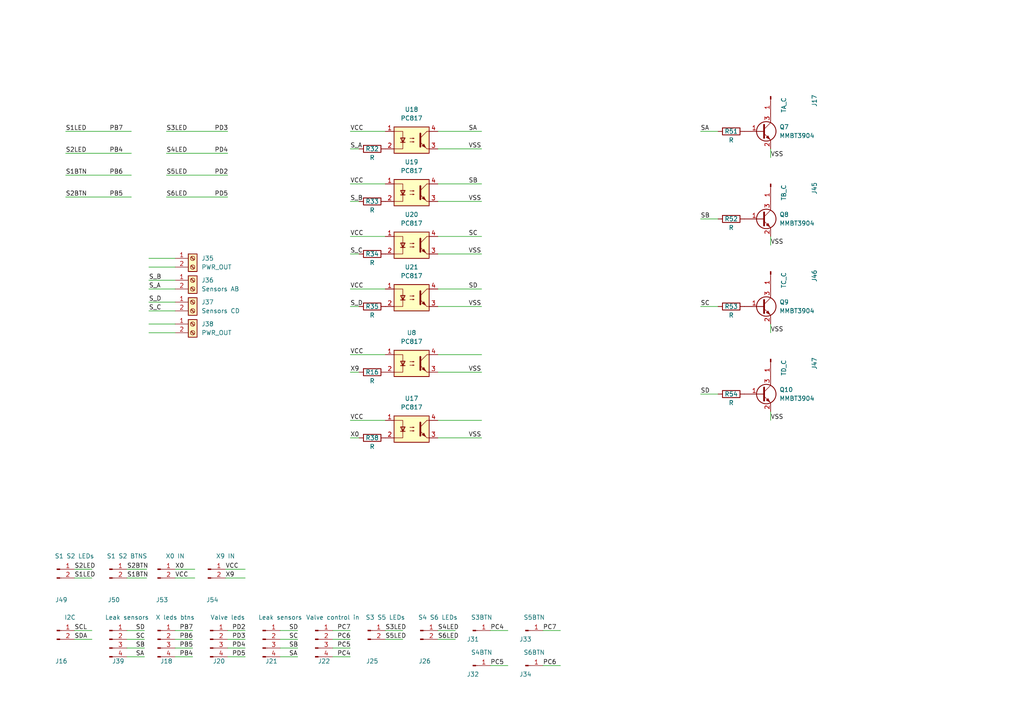
<source format=kicad_sch>
(kicad_sch (version 20211123) (generator eeschema)
  (paper "A4")
  (lib_symbols
    (symbol "Connector:Conn_01x01_Male" (pin_names (offset 1.016) hide)
      (property "Reference" "J" (at 0 2.54 0))
      (property "Value" "Conn_01x01_Male" (at 0 -2.54 0))
      (symbol "Conn_01x01_Male_1_1"
        (polyline (pts (xy 1.27 0) (xy 0.8636 0)) (stroke (width 0.1524)))
        (rectangle (start 0.8636 0.127) (end 0 -0.127) (stroke (width 0.1524)) (fill (type outline)))
        (pin passive line (at 5.08 0 180) (length 3.81) (name "Pin_1") (number "1"))
      )
    )
    (symbol "Connector:Conn_01x02_Male" (pin_names (offset 1.016) hide)
      (property "Reference" "J" (at 0 2.54 0))
      (property "Value" "Conn_01x02_Male" (at 0 -5.08 0))
      (symbol "Conn_01x02_Male_1_1"
        (polyline (pts (xy 1.27 -2.54) (xy 0.8636 -2.54)) (stroke (width 0.1524)))
        (polyline (pts (xy 1.27 0) (xy 0.8636 0)) (stroke (width 0.1524)))
        (rectangle (start 0.8636 -2.413) (end 0 -2.667) (stroke (width 0.1524)) (fill (type outline)))
        (rectangle (start 0.8636 0.127) (end 0 -0.127) (stroke (width 0.1524)) (fill (type outline)))
        (pin passive line (at 5.08 0 180) (length 3.81) (name "Pin_1") (number "1"))
        (pin passive line (at 5.08 -2.54 180) (length 3.81) (name "Pin_2") (number "2"))
      )
    )
    (symbol "Connector:Conn_01x04_Male" (pin_names (offset 1.016) hide)
      (property "Reference" "J" (at 0 5.08 0))
      (property "Value" "Conn_01x04_Male" (at 0 -7.62 0))
      (symbol "Conn_01x04_Male_1_1"
        (polyline (pts (xy 1.27 -5.08) (xy 0.8636 -5.08)) (stroke (width 0.1524)))
        (polyline (pts (xy 1.27 -2.54) (xy 0.8636 -2.54)) (stroke (width 0.1524)))
        (polyline (pts (xy 1.27 0) (xy 0.8636 0)) (stroke (width 0.1524)))
        (polyline (pts (xy 1.27 2.54) (xy 0.8636 2.54)) (stroke (width 0.1524)))
        (rectangle (start 0.8636 -4.953) (end 0 -5.207) (stroke (width 0.1524)) (fill (type outline)))
        (rectangle (start 0.8636 -2.413) (end 0 -2.667) (stroke (width 0.1524)) (fill (type outline)))
        (rectangle (start 0.8636 0.127) (end 0 -0.127) (stroke (width 0.1524)) (fill (type outline)))
        (rectangle (start 0.8636 2.667) (end 0 2.413) (stroke (width 0.1524)) (fill (type outline)))
        (pin passive line (at 5.08 2.54 180) (length 3.81) (name "Pin_1") (number "1"))
        (pin passive line (at 5.08 0 180) (length 3.81) (name "Pin_2") (number "2"))
        (pin passive line (at 5.08 -2.54 180) (length 3.81) (name "Pin_3") (number "3"))
        (pin passive line (at 5.08 -5.08 180) (length 3.81) (name "Pin_4") (number "4"))
      )
    )
    (symbol "Connector:Screw_Terminal_01x02" (pin_names (offset 1.016) hide)
      (property "Reference" "J" (at 0 2.54 0))
      (property "Value" "Screw_Terminal_01x02" (at 0 -5.08 0))
      (symbol "Screw_Terminal_01x02_1_1"
        (rectangle (start -1.27 1.27) (end 1.27 -3.81) (stroke (width 0.254)) (fill (type background)))
        (circle (center 0 -2.54) (radius 0.635) (stroke (width 0.1524)))
        (polyline (pts (xy -0.5334 -2.2098) (xy 0.3302 -3.048)) (stroke (width 0.1524)))
        (polyline (pts (xy -0.5334 0.3302) (xy 0.3302 -0.508)) (stroke (width 0.1524)))
        (polyline (pts (xy -0.3556 -2.032) (xy 0.508 -2.8702)) (stroke (width 0.1524)))
        (polyline (pts (xy -0.3556 0.508) (xy 0.508 -0.3302)) (stroke (width 0.1524)))
        (circle (center 0 0) (radius 0.635) (stroke (width 0.1524)))
        (pin passive line (at -5.08 0 0) (length 3.81) (name "Pin_1") (number "1"))
        (pin passive line (at -5.08 -2.54 0) (length 3.81) (name "Pin_2") (number "2"))
      )
    )
    (symbol "Device:R" (pin_numbers hide) (pin_names (offset 0))
      (property "Reference" "R" (at 2.032 0 90))
      (property "Value" "R" (at 0 0 90))
      (symbol "R_0_1"
        (rectangle (start -1.016 -2.54) (end 1.016 2.54) (stroke (width 0.254)))
      )
      (symbol "R_1_1"
        (pin passive line (at 0 3.81 270) (length 1.27) (name "~") (number "1"))
        (pin passive line (at 0 -3.81 90) (length 1.27) (name "~") (number "2"))
      )
    )
    (symbol "Isolator:PC817" (pin_names (offset 1.016))
      (property "Reference" "U" (at -5.08 5.08 0))
      (property "Value" "PC817" (at 0 5.08 0))
      (symbol "PC817_0_1"
        (rectangle (start -5.08 3.81) (end 5.08 -3.81) (stroke (width 0.254)) (fill (type background)))
        (polyline (pts (xy -3.175 -0.635) (xy -1.905 -0.635)) (stroke (width 0.254)))
        (polyline (pts (xy 2.54 0.635) (xy 4.445 2.54)))
        (polyline (pts (xy 4.445 -2.54) (xy 2.54 -0.635)) (fill (type outline)))
        (polyline (pts (xy 4.445 -2.54) (xy 5.08 -2.54)))
        (polyline (pts (xy 4.445 2.54) (xy 5.08 2.54)))
        (polyline (pts (xy -5.08 2.54) (xy -2.54 2.54) (xy -2.54 -0.635)))
        (polyline (pts (xy -2.54 -0.635) (xy -2.54 -2.54) (xy -5.08 -2.54)))
        (polyline (pts (xy 2.54 1.905) (xy 2.54 -1.905) (xy 2.54 -1.905)) (stroke (width 0.508)))
        (polyline (pts (xy -2.54 -0.635) (xy -3.175 0.635) (xy -1.905 0.635) (xy -2.54 -0.635)) (stroke (width 0.254)))
        (polyline (pts (xy -0.508 -0.508) (xy 0.762 -0.508) (xy 0.381 -0.635) (xy 0.381 -0.381) (xy 0.762 -0.508)))
        (polyline (pts (xy -0.508 0.508) (xy 0.762 0.508) (xy 0.381 0.381) (xy 0.381 0.635) (xy 0.762 0.508)))
        (polyline (pts (xy 3.048 -1.651) (xy 3.556 -1.143) (xy 4.064 -2.159) (xy 3.048 -1.651) (xy 3.048 -1.651)) (fill (type outline)))
      )
      (symbol "PC817_1_1"
        (pin passive line (at -7.62 2.54 0) (length 2.54) (name "~") (number "1"))
        (pin passive line (at -7.62 -2.54 0) (length 2.54) (name "~") (number "2"))
        (pin passive line (at 7.62 -2.54 180) (length 2.54) (name "~") (number "3"))
        (pin passive line (at 7.62 2.54 180) (length 2.54) (name "~") (number "4"))
      )
    )
    (symbol "Transistor_BJT:MMBT3904" (pin_names (offset 0) hide)
      (property "Reference" "Q" (at 5.08 1.905 0))
      (property "Value" "MMBT3904" (at 5.08 0 0))
      (symbol "MMBT3904_0_1"
        (polyline (pts (xy 0.635 0.635) (xy 2.54 2.54)))
        (polyline (pts (xy 0.635 -0.635) (xy 2.54 -2.54) (xy 2.54 -2.54)))
        (polyline (pts (xy 0.635 1.905) (xy 0.635 -1.905) (xy 0.635 -1.905)) (stroke (width 0.508)))
        (polyline (pts (xy 1.27 -1.778) (xy 1.778 -1.27) (xy 2.286 -2.286) (xy 1.27 -1.778) (xy 1.27 -1.778)) (fill (type outline)))
        (circle (center 1.27 0) (radius 2.8194) (stroke (width 0.254)))
      )
      (symbol "MMBT3904_1_1"
        (pin input line (at -5.08 0 0) (length 5.715) (name "B") (number "1"))
        (pin passive line (at 2.54 -5.08 90) (length 2.54) (name "E") (number "2"))
        (pin passive line (at 2.54 5.08 270) (length 2.54) (name "C") (number "3"))
      )
    )
  )
  (wire (pts (xy 127 43.18) (xy 139.7 43.18)))
  (wire (pts (xy 96.52 185.42) (xy 101.6 185.42)))
  (wire (pts (xy 203.2 63.5) (xy 208.28 63.5)))
  (wire (pts (xy 96.52 190.5) (xy 101.6 190.5)))
  (wire (pts (xy 36.83 165.1) (xy 42.545 165.1)))
  (wire (pts (xy 142.24 193.04) (xy 147.32 193.04)))
  (wire (pts (xy 157.48 193.04) (xy 162.56 193.04)))
  (wire (pts (xy 223.52 119.38) (xy 223.52 121.92)))
  (wire (pts (xy 96.52 187.96) (xy 101.6 187.96)))
  (wire (pts (xy 81.28 190.5) (xy 86.36 190.5)))
  (wire (pts (xy 36.83 182.88) (xy 41.91 182.88)))
  (wire (pts (xy 43.18 83.82) (xy 50.8 83.82)))
  (wire (pts (xy 127 102.87) (xy 139.7 102.87)))
  (wire (pts (xy 21.59 167.64) (xy 26.67 167.64)))
  (wire (pts (xy 101.6 43.18) (xy 104.14 43.18)))
  (wire (pts (xy 81.28 182.88) (xy 86.36 182.88)))
  (wire (pts (xy 127 107.95) (xy 139.7 107.95)))
  (wire (pts (xy 203.2 38.1) (xy 208.28 38.1)))
  (wire (pts (xy 223.52 68.58) (xy 223.52 71.12)))
  (wire (pts (xy 48.26 57.15) (xy 66.04 57.15)))
  (wire (pts (xy 96.52 182.88) (xy 101.6 182.88)))
  (wire (pts (xy 65.405 165.1) (xy 71.12 165.1)))
  (wire (pts (xy 101.6 121.92) (xy 111.76 121.92)))
  (wire (pts (xy 50.8 167.64) (xy 56.515 167.64)))
  (wire (pts (xy 21.59 182.88) (xy 26.67 182.88)))
  (wire (pts (xy 48.26 38.1) (xy 66.04 38.1)))
  (wire (pts (xy 65.405 167.64) (xy 71.12 167.64)))
  (wire (pts (xy 127 127) (xy 139.7 127)))
  (wire (pts (xy 101.6 127) (xy 104.14 127)))
  (wire (pts (xy 48.26 50.8) (xy 66.04 50.8)))
  (wire (pts (xy 127 53.34) (xy 139.7 53.34)))
  (wire (pts (xy 21.59 165.1) (xy 26.67 165.1)))
  (wire (pts (xy 50.8 165.1) (xy 56.515 165.1)))
  (wire (pts (xy 36.83 190.5) (xy 41.91 190.5)))
  (wire (pts (xy 50.8 182.88) (xy 55.88 182.88)))
  (wire (pts (xy 50.8 185.42) (xy 55.88 185.42)))
  (wire (pts (xy 203.2 114.3) (xy 208.28 114.3)))
  (wire (pts (xy 81.28 187.96) (xy 86.36 187.96)))
  (wire (pts (xy 81.28 185.42) (xy 86.36 185.42)))
  (wire (pts (xy 66.04 185.42) (xy 71.12 185.42)))
  (wire (pts (xy 66.04 187.96) (xy 71.12 187.96)))
  (wire (pts (xy 48.26 44.45) (xy 66.04 44.45)))
  (wire (pts (xy 101.6 58.42) (xy 104.14 58.42)))
  (wire (pts (xy 127 182.88) (xy 132.08 182.88)))
  (wire (pts (xy 19.05 44.45) (xy 38.1 44.45)))
  (wire (pts (xy 127 73.66) (xy 139.7 73.66)))
  (wire (pts (xy 43.18 90.17) (xy 50.8 90.17)))
  (wire (pts (xy 127 88.9) (xy 139.7 88.9)))
  (wire (pts (xy 101.6 73.66) (xy 104.14 73.66)))
  (wire (pts (xy 203.2 88.9) (xy 208.28 88.9)))
  (wire (pts (xy 19.05 57.15) (xy 38.1 57.15)))
  (wire (pts (xy 101.6 38.1) (xy 111.76 38.1)))
  (wire (pts (xy 66.04 190.5) (xy 71.12 190.5)))
  (wire (pts (xy 111.76 185.42) (xy 116.84 185.42)))
  (wire (pts (xy 36.83 167.64) (xy 42.545 167.64)))
  (wire (pts (xy 111.76 182.88) (xy 116.84 182.88)))
  (wire (pts (xy 127 68.58) (xy 139.7 68.58)))
  (wire (pts (xy 101.6 88.9) (xy 104.14 88.9)))
  (wire (pts (xy 142.24 182.88) (xy 147.32 182.88)))
  (wire (pts (xy 43.18 77.47) (xy 50.8 77.47)))
  (wire (pts (xy 127 185.42) (xy 132.08 185.42)))
  (wire (pts (xy 101.6 53.34) (xy 111.76 53.34)))
  (wire (pts (xy 223.52 93.98) (xy 223.52 96.52)))
  (wire (pts (xy 50.8 190.5) (xy 55.88 190.5)))
  (wire (pts (xy 36.83 185.42) (xy 41.91 185.42)))
  (wire (pts (xy 127 38.1) (xy 139.7 38.1)))
  (wire (pts (xy 157.48 182.88) (xy 162.56 182.88)))
  (wire (pts (xy 101.6 107.95) (xy 104.14 107.95)))
  (wire (pts (xy 19.05 38.1) (xy 38.1 38.1)))
  (wire (pts (xy 43.18 87.63) (xy 50.8 87.63)))
  (wire (pts (xy 21.59 185.42) (xy 26.67 185.42)))
  (wire (pts (xy 127 58.42) (xy 139.7 58.42)))
  (wire (pts (xy 127 83.82) (xy 139.7 83.82)))
  (wire (pts (xy 223.52 43.18) (xy 223.52 45.72)))
  (wire (pts (xy 101.6 102.87) (xy 111.76 102.87)))
  (wire (pts (xy 43.18 74.93) (xy 50.8 74.93)))
  (wire (pts (xy 66.04 182.88) (xy 71.12 182.88)))
  (wire (pts (xy 19.05 50.8) (xy 38.1 50.8)))
  (wire (pts (xy 43.18 96.52) (xy 50.8 96.52)))
  (wire (pts (xy 43.18 81.28) (xy 50.8 81.28)))
  (wire (pts (xy 50.8 187.96) (xy 55.88 187.96)))
  (wire (pts (xy 101.6 68.58) (xy 111.76 68.58)))
  (wire (pts (xy 101.6 83.82) (xy 111.76 83.82)))
  (wire (pts (xy 36.83 187.96) (xy 41.91 187.96)))
  (wire (pts (xy 43.18 93.98) (xy 50.8 93.98)))
  (wire (pts (xy 127 121.92) (xy 139.7 121.92)))
  (label "SA" (at 203.2 38.1 0))
  (label "SB" (at 203.2 63.5 0))
  (label "S_D" (at 101.6 88.9 0))
  (label "VCC" (at 50.8 167.64 0))
  (label "VCC" (at 101.6 83.82 0))
  (label "SC" (at 83.82 185.42 0))
  (label "PD3" (at 67.31 185.42 0))
  (label "PC4" (at 97.79 190.5 0))
  (label "S5LED" (at 48.26 50.8 0))
  (label "PB5" (at 52.07 187.96 0))
  (label "PC6" (at 157.48 193.04 0))
  (label "PB7" (at 52.07 182.88 0))
  (label "PD5" (at 62.23 57.15 0))
  (label "PD4" (at 62.23 44.45 0))
  (label "VSS" (at 223.52 121.92 0))
  (label "S_B" (at 43.18 81.28 0))
  (label "VSS" (at 223.52 71.12 0))
  (label "S_C" (at 101.6 73.66 0))
  (label "S3LED" (at 48.26 38.1 0))
  (label "SB" (at 83.82 187.96 0))
  (label "PD2" (at 62.23 50.8 0))
  (label "VCC" (at 101.6 102.87 0))
  (label "S2BTN" (at 36.83 165.1 0))
  (label "S_B" (at 101.6 58.42 0))
  (label "SC" (at 203.2 88.9 0))
  (label "S4LED" (at 127 182.88 0))
  (label "X9" (at 101.6 107.95 0))
  (label "S_A" (at 43.18 83.82 0))
  (label "VSS" (at 135.89 43.18 0))
  (label "VCC" (at 101.6 121.92 0))
  (label "PB4" (at 52.07 190.5 0))
  (label "VSS" (at 135.89 127 0))
  (label "PB6" (at 52.07 185.42 0))
  (label "SA" (at 39.37 190.5 0))
  (label "PD2" (at 67.31 182.88 0))
  (label "S_D" (at 43.18 87.63 0))
  (label "VCC" (at 101.6 38.1 0))
  (label "SA" (at 135.89 38.1 0))
  (label "VCC" (at 101.6 68.58 0))
  (label "SD" (at 39.37 182.88 0))
  (label "VSS" (at 135.89 107.95 0))
  (label "PC4" (at 142.24 182.88 0))
  (label "SB" (at 135.89 53.34 0))
  (label "S2LED" (at 21.59 165.1 0))
  (label "S_C" (at 43.18 90.17 0))
  (label "VSS" (at 135.89 58.42 0))
  (label "PC7" (at 157.48 182.88 0))
  (label "PD5" (at 67.31 190.5 0))
  (label "S1BTN" (at 36.83 167.64 0))
  (label "S1LED" (at 21.59 167.64 0))
  (label "PD3" (at 62.23 38.1 0))
  (label "SD" (at 135.89 83.82 0))
  (label "PD4" (at 67.31 187.96 0))
  (label "S6LED" (at 127 185.42 0))
  (label "SC" (at 39.37 185.42 0))
  (label "VSS" (at 223.52 45.72 0))
  (label "S1BTN" (at 19.05 50.8 0))
  (label "PB5" (at 31.75 57.15 0))
  (label "SD" (at 203.2 114.3 0))
  (label "S2LED" (at 19.05 44.45 0))
  (label "VCC" (at 101.6 53.34 0))
  (label "PC6" (at 97.79 185.42 0))
  (label "VSS" (at 223.52 96.52 0))
  (label "SC" (at 135.89 68.58 0))
  (label "VSS" (at 135.89 73.66 0))
  (label "S4LED" (at 48.26 44.45 0))
  (label "S6LED" (at 48.26 57.15 0))
  (label "PC5" (at 97.79 187.96 0))
  (label "S3LED" (at 111.76 182.88 0))
  (label "SA" (at 83.82 190.5 0))
  (label "S_A" (at 101.6 43.18 0))
  (label "VCC" (at 65.405 165.1 0))
  (label "PB4" (at 31.75 44.45 0))
  (label "SCL" (at 21.59 182.88 0))
  (label "PB6" (at 31.75 50.8 0))
  (label "SB" (at 39.37 187.96 0))
  (label "SDA" (at 21.59 185.42 0))
  (label "VSS" (at 135.89 88.9 0))
  (label "S2BTN" (at 19.05 57.15 0))
  (label "PB7" (at 31.75 38.1 0))
  (label "S5LED" (at 111.76 185.42 0))
  (label "PC7" (at 97.79 182.88 0))
  (label "SD" (at 83.82 182.88 0))
  (label "X0" (at 101.6 127 0))
  (label "PC5" (at 142.24 193.04 0))
  (label "X0" (at 50.8 165.1 0))
  (label "X9" (at 65.405 167.64 0))
  (label "S1LED" (at 19.05 38.1 0))
  (symbol (lib_id "Device:R") (at 212.09 38.1 90) (unit 1)
    (property "Reference" "R51" (at 212.09 38.1 90))
    (property "Value" "R" (at 212.09 40.64 90))
    (property "Footprint" "Resistor_SMD:R_0805_2012Metric" (effects hide))
  )
  (symbol (lib_id "Connector:Conn_01x02_Male") (at 16.51 182.88 0) (unit 1)
    (property "Reference" "J16" (at 17.78 191.77 0))
    (property "Value" "I2C" (at 20.32 179.07 0))
    (property "Footprint" "Connector_PinHeader_2.54mm:PinHeader_1x02_P2.54mm_Vertical" (effects hide))
  )
  (symbol (lib_id "Connector:Conn_01x01_Male") (at 152.4 193.04 0) (unit 1)
    (property "Reference" "J34" (at 152.4 195.58 0))
    (property "Value" "S6BTN" (at 154.94 189.23 0))
    (property "Footprint" "Connector_PinHeader_2.54mm:PinHeader_1x01_P2.54mm_Vertical" (effects hide))
  )
  (symbol (lib_id "Connector:Conn_01x02_Male") (at 106.68 182.88 0) (unit 1)
    (property "Reference" "J25" (at 107.95 191.77 0))
    (property "Value" "S3 S5 LEDs" (at 111.76 179.07 0))
    (property "Footprint" "Connector_PinHeader_2.54mm:PinHeader_1x02_P2.54mm_Vertical" (effects hide))
  )
  (symbol (lib_id "Connector:Conn_01x04_Male") (at 60.96 185.42 0) (unit 1)
    (property "Reference" "J20" (at 63.5 191.77 0))
    (property "Value" "Valve leds" (at 66.04 179.07 0))
    (property "Footprint" "Connector_PinHeader_2.54mm:PinHeader_1x04_P2.54mm_Vertical" (effects hide))
  )
  (symbol (lib_id "Isolator:PC817") (at 119.38 40.64 0) (unit 1)
    (property "Reference" "U18" (at 119.38 31.75 0))
    (property "Value" "PC817" (at 119.38 34.29 0))
    (property "Footprint" "Package_DIP:DIP-4_W7.62mm" (effects hide))
    (property "Datasheet" "http://www.soselectronic.cz/a_info/resource/d/pc817.pdf" (effects hide))
  )
  (symbol (lib_id "Device:R") (at 107.95 73.66 90) (unit 1)
    (property "Reference" "R34" (at 107.95 73.66 90))
    (property "Value" "R" (at 107.95 76.2 90))
    (property "Footprint" "Resistor_SMD:R_1206_3216Metric" (effects hide))
  )
  (symbol (lib_id "Isolator:PC817") (at 119.38 55.88 0) (unit 1)
    (property "Reference" "U19" (at 119.38 46.99 0))
    (property "Value" "PC817" (at 119.38 49.53 0))
    (property "Footprint" "Package_DIP:DIP-4_W7.62mm" (effects hide))
    (property "Datasheet" "http://www.soselectronic.cz/a_info/resource/d/pc817.pdf" (effects hide))
  )
  (symbol (lib_id "Device:R") (at 212.09 88.9 90) (unit 1)
    (property "Reference" "R53" (at 212.09 88.9 90))
    (property "Value" "R" (at 212.09 91.44 90))
    (property "Footprint" "Resistor_SMD:R_0805_2012Metric" (effects hide))
  )
  (symbol (lib_id "Connector:Conn_01x01_Male") (at 137.16 193.04 0) (unit 1)
    (property "Reference" "J32" (at 137.16 195.58 0))
    (property "Value" "S4BTN" (at 139.7 189.23 0))
    (property "Footprint" "Connector_PinHeader_2.54mm:PinHeader_1x01_P2.54mm_Vertical" (effects hide))
  )
  (symbol (lib_id "Connector:Screw_Terminal_01x02") (at 55.88 81.28 0) (unit 1)
    (property "Reference" "J36" (at 58.42 81.2799 0) (effects (justify left)))
    (property "Value" "Sensors AB" (at 58.42 83.8199 0) (effects (justify left)))
    (property "Footprint" "TerminalBlock_Phoenix:TerminalBlock_Phoenix_MKDS-1,5-2-5.08_1x02_P5.08mm_Horizontal" (effects hide))
  )
  (symbol (lib_id "Connector:Conn_01x01_Male") (at 223.52 104.14 270) (unit 1)
    (property "Reference" "J47" (at 236.22 105.41 0))
    (property "Value" "TD_C" (at 227.33 106.68 0))
    (property "Footprint" "Connector_PinHeader_2.54mm:PinHeader_1x01_P2.54mm_Vertical" (effects hide))
  )
  (symbol (lib_id "Connector:Conn_01x01_Male") (at 152.4 182.88 0) (unit 1)
    (property "Reference" "J33" (at 152.4 185.42 0))
    (property "Value" "S5BTN" (at 154.94 179.07 0))
    (property "Footprint" "Connector_PinHeader_2.54mm:PinHeader_1x01_P2.54mm_Vertical" (effects hide))
  )
  (symbol (lib_id "Isolator:PC817") (at 119.38 71.12 0) (unit 1)
    (property "Reference" "U20" (at 119.38 62.23 0))
    (property "Value" "PC817" (at 119.38 64.77 0))
    (property "Footprint" "Package_DIP:DIP-4_W7.62mm" (effects hide))
    (property "Datasheet" "http://www.soselectronic.cz/a_info/resource/d/pc817.pdf" (effects hide))
  )
  (symbol (lib_id "Connector:Screw_Terminal_01x02") (at 55.88 93.98 0) (unit 1)
    (property "Reference" "J38" (at 58.42 93.9799 0) (effects (justify left)))
    (property "Value" "PWR_OUT" (at 58.42 96.5199 0) (effects (justify left)))
    (property "Footprint" "TerminalBlock_Phoenix:TerminalBlock_Phoenix_MKDS-1,5-2-5.08_1x02_P5.08mm_Horizontal" (effects hide))
  )
  (symbol (lib_id "Transistor_BJT:MMBT3904") (at 220.98 114.3 0) (unit 1)
    (property "Reference" "Q10" (at 226.06 113.0299 0) (effects (justify left)))
    (property "Value" "MMBT3904" (at 226.06 115.5699 0) (effects (justify left)))
    (property "Footprint" "Package_TO_SOT_SMD:SOT-23" (effects hide))
    (property "Datasheet" "https://www.onsemi.com/pub/Collateral/2N3903-D.PDF" (effects hide))
  )
  (symbol (lib_id "Connector:Conn_01x01_Male") (at 223.52 53.34 270) (unit 1)
    (property "Reference" "J45" (at 236.22 54.61 0))
    (property "Value" "TB_C" (at 227.33 55.88 0))
    (property "Footprint" "Connector_PinHeader_2.54mm:PinHeader_1x01_P2.54mm_Vertical" (effects hide))
  )
  (symbol (lib_id "Device:R") (at 107.95 88.9 90) (unit 1)
    (property "Reference" "R35" (at 107.95 88.9 90))
    (property "Value" "R" (at 107.95 91.44 90))
    (property "Footprint" "Resistor_SMD:R_1206_3216Metric" (effects hide))
  )
  (symbol (lib_id "Connector:Conn_01x02_Male") (at 16.51 165.1 0) (unit 1)
    (property "Reference" "J49" (at 17.78 173.99 0))
    (property "Value" "S1 S2 LEDs" (at 21.59 161.29 0))
    (property "Footprint" "Connector_PinHeader_2.54mm:PinHeader_1x02_P2.54mm_Vertical" (effects hide))
  )
  (symbol (lib_id "Transistor_BJT:MMBT3904") (at 220.98 63.5 0) (unit 1)
    (property "Reference" "Q8" (at 226.06 62.2299 0) (effects (justify left)))
    (property "Value" "MMBT3904" (at 226.06 64.7699 0) (effects (justify left)))
    (property "Footprint" "Package_TO_SOT_SMD:SOT-23" (effects hide))
    (property "Datasheet" "https://www.onsemi.com/pub/Collateral/2N3903-D.PDF" (effects hide))
  )
  (symbol (lib_id "Connector:Screw_Terminal_01x02") (at 55.88 87.63 0) (unit 1)
    (property "Reference" "J37" (at 58.42 87.6299 0) (effects (justify left)))
    (property "Value" "Sensors CD" (at 58.42 90.1699 0) (effects (justify left)))
    (property "Footprint" "TerminalBlock_Phoenix:TerminalBlock_Phoenix_MKDS-1,5-2-5.08_1x02_P5.08mm_Horizontal" (effects hide))
  )
  (symbol (lib_id "Transistor_BJT:MMBT3904") (at 220.98 38.1 0) (unit 1)
    (property "Reference" "Q7" (at 226.06 36.8299 0) (effects (justify left)))
    (property "Value" "MMBT3904" (at 226.06 39.3699 0) (effects (justify left)))
    (property "Footprint" "Package_TO_SOT_SMD:SOT-23" (effects hide))
    (property "Datasheet" "https://www.onsemi.com/pub/Collateral/2N3903-D.PDF" (effects hide))
  )
  (symbol (lib_id "Connector:Conn_01x04_Male") (at 45.72 185.42 0) (unit 1)
    (property "Reference" "J18" (at 48.26 191.77 0))
    (property "Value" "X leds btns" (at 50.8 179.07 0))
    (property "Footprint" "Connector_PinHeader_2.54mm:PinHeader_1x04_P2.54mm_Vertical" (effects hide))
  )
  (symbol (lib_id "Transistor_BJT:MMBT3904") (at 220.98 88.9 0) (unit 1)
    (property "Reference" "Q9" (at 226.06 87.6299 0) (effects (justify left)))
    (property "Value" "MMBT3904" (at 226.06 90.1699 0) (effects (justify left)))
    (property "Footprint" "Package_TO_SOT_SMD:SOT-23" (effects hide))
    (property "Datasheet" "https://www.onsemi.com/pub/Collateral/2N3903-D.PDF" (effects hide))
  )
  (symbol (lib_id "Connector:Conn_01x02_Male") (at 121.92 182.88 0) (unit 1)
    (property "Reference" "J26" (at 123.19 191.77 0))
    (property "Value" "S4 S6 LEDs" (at 127 179.07 0))
    (property "Footprint" "Connector_PinHeader_2.54mm:PinHeader_1x02_P2.54mm_Vertical" (effects hide))
  )
  (symbol (lib_id "Isolator:PC817") (at 119.38 105.41 0) (unit 1)
    (property "Reference" "U8" (at 119.38 96.52 0))
    (property "Value" "PC817" (at 119.38 99.06 0))
    (property "Footprint" "Package_DIP:DIP-4_W7.62mm" (effects hide))
    (property "Datasheet" "http://www.soselectronic.cz/a_info/resource/d/pc817.pdf" (effects hide))
  )
  (symbol (lib_id "Isolator:PC817") (at 119.38 86.36 0) (unit 1)
    (property "Reference" "U21" (at 119.38 77.47 0))
    (property "Value" "PC817" (at 119.38 80.01 0))
    (property "Footprint" "Package_DIP:DIP-4_W7.62mm" (effects hide))
    (property "Datasheet" "http://www.soselectronic.cz/a_info/resource/d/pc817.pdf" (effects hide))
  )
  (symbol (lib_id "Isolator:PC817") (at 119.38 124.46 0) (unit 1)
    (property "Reference" "U17" (at 119.38 115.57 0))
    (property "Value" "PC817" (at 119.38 118.11 0))
    (property "Footprint" "Package_DIP:DIP-4_W7.62mm" (effects hide))
    (property "Datasheet" "http://www.soselectronic.cz/a_info/resource/d/pc817.pdf" (effects hide))
  )
  (symbol (lib_id "Connector:Conn_01x02_Male") (at 31.75 165.1 0) (unit 1)
    (property "Reference" "J50" (at 33.02 173.99 0))
    (property "Value" "S1 S2 BTNS" (at 36.83 161.29 0))
    (property "Footprint" "Connector_PinHeader_2.54mm:PinHeader_1x02_P2.54mm_Vertical" (effects hide))
  )
  (symbol (lib_id "Connector:Screw_Terminal_01x02") (at 55.88 74.93 0) (unit 1)
    (property "Reference" "J35" (at 58.42 74.9299 0) (effects (justify left)))
    (property "Value" "PWR_OUT" (at 58.42 77.4699 0) (effects (justify left)))
    (property "Footprint" "TerminalBlock_Phoenix:TerminalBlock_Phoenix_MKDS-1,5-2-5.08_1x02_P5.08mm_Horizontal" (effects hide))
  )
  (symbol (lib_id "Device:R") (at 107.95 58.42 90) (unit 1)
    (property "Reference" "R33" (at 107.95 58.42 90))
    (property "Value" "R" (at 107.95 60.96 90))
    (property "Footprint" "Resistor_SMD:R_1206_3216Metric" (effects hide))
  )
  (symbol (lib_id "Connector:Conn_01x01_Male") (at 223.52 78.74 270) (unit 1)
    (property "Reference" "J46" (at 236.22 80.01 0))
    (property "Value" "TC_C" (at 227.33 81.28 0))
    (property "Footprint" "Connector_PinHeader_2.54mm:PinHeader_1x01_P2.54mm_Vertical" (effects hide))
  )
  (symbol (lib_id "Device:R") (at 107.95 107.95 90) (unit 1)
    (property "Reference" "R16" (at 107.95 107.95 90))
    (property "Value" "R" (at 107.95 110.49 90))
    (property "Footprint" "Resistor_SMD:R_1206_3216Metric" (effects hide))
  )
  (symbol (lib_id "Device:R") (at 212.09 63.5 90) (unit 1)
    (property "Reference" "R52" (at 212.09 63.5 90))
    (property "Value" "R" (at 212.09 66.04 90))
    (property "Footprint" "Resistor_SMD:R_0805_2012Metric" (effects hide))
  )
  (symbol (lib_id "Connector:Conn_01x01_Male") (at 223.52 27.94 270) (unit 1)
    (property "Reference" "J17" (at 236.22 29.21 0))
    (property "Value" "TA_C" (at 227.33 30.48 0))
    (property "Footprint" "Connector_PinHeader_2.54mm:PinHeader_1x01_P2.54mm_Vertical" (effects hide))
  )
  (symbol (lib_id "Connector:Conn_01x04_Male") (at 31.75 185.42 0) (unit 1)
    (property "Reference" "J39" (at 34.29 191.77 0))
    (property "Value" "Leak sensors" (at 36.83 179.07 0))
    (property "Footprint" "Connector_PinHeader_2.54mm:PinHeader_1x04_P2.54mm_Vertical" (effects hide))
  )
  (symbol (lib_id "Connector:Conn_01x01_Male") (at 137.16 182.88 0) (unit 1)
    (property "Reference" "J31" (at 137.16 185.42 0))
    (property "Value" "S3BTN" (at 139.7 179.07 0))
    (property "Footprint" "Connector_PinHeader_2.54mm:PinHeader_1x01_P2.54mm_Vertical" (effects hide))
  )
  (symbol (lib_id "Device:R") (at 212.09 114.3 90) (unit 1)
    (property "Reference" "R54" (at 212.09 114.3 90))
    (property "Value" "R" (at 212.09 116.84 90))
    (property "Footprint" "Resistor_SMD:R_0805_2012Metric" (effects hide))
  )
  (symbol (lib_id "Connector:Conn_01x02_Male") (at 60.325 165.1 0) (unit 1)
    (property "Reference" "J54" (at 61.595 173.99 0))
    (property "Value" "X9 IN" (at 65.405 161.29 0))
    (property "Footprint" "Connector_PinHeader_2.54mm:PinHeader_1x02_P2.54mm_Vertical" (effects hide))
  )
  (symbol (lib_id "Connector:Conn_01x04_Male") (at 76.2 185.42 0) (unit 1)
    (property "Reference" "J21" (at 78.74 191.77 0))
    (property "Value" "Leak sensors" (at 81.28 179.07 0))
    (property "Footprint" "Connector_PinHeader_2.54mm:PinHeader_1x04_P2.54mm_Vertical" (effects hide))
  )
  (symbol (lib_id "Device:R") (at 107.95 43.18 90) (unit 1)
    (property "Reference" "R32" (at 107.95 43.18 90))
    (property "Value" "R" (at 107.95 45.72 90))
    (property "Footprint" "Resistor_SMD:R_1206_3216Metric" (effects hide))
  )
  (symbol (lib_id "Connector:Conn_01x04_Male") (at 91.44 185.42 0) (unit 1)
    (property "Reference" "J22" (at 93.98 191.77 0))
    (property "Value" "Valve control in" (at 96.52 179.07 0))
    (property "Footprint" "Connector_PinHeader_2.54mm:PinHeader_1x04_P2.54mm_Vertical" (effects hide))
  )
  (symbol (lib_id "Connector:Conn_01x02_Male") (at 45.72 165.1 0) (unit 1)
    (property "Reference" "J53" (at 46.99 173.99 0))
    (property "Value" "X0 IN" (at 50.8 161.29 0))
    (property "Footprint" "Connector_PinHeader_2.54mm:PinHeader_1x02_P2.54mm_Vertical" (effects hide))
  )
  (symbol (lib_id "Device:R") (at 107.95 127 90) (unit 1)
    (property "Reference" "R38" (at 107.95 127 90))
    (property "Value" "R" (at 107.95 129.54 90))
    (property "Footprint" "Resistor_SMD:R_1206_3216Metric" (effects hide))
  )
)
</source>
